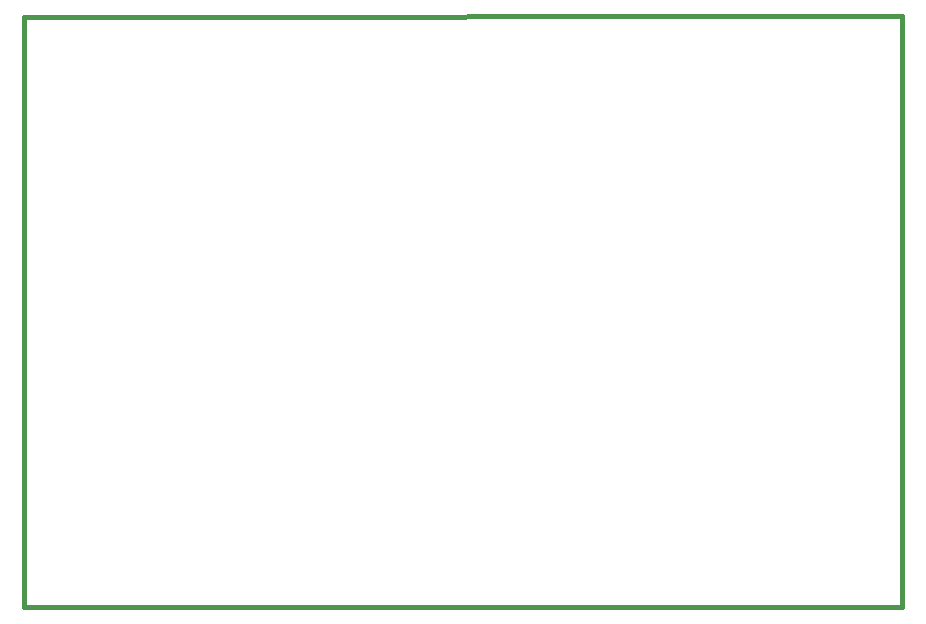
<source format=gm1>
G04 #@! TF.GenerationSoftware,KiCad,Pcbnew,(5.1.6)-1*
G04 #@! TF.CreationDate,2021-03-14T20:17:39+01:00*
G04 #@! TF.ProjectId,ErgoDOX,4572676f-444f-4582-9e6b-696361645f70,rev?*
G04 #@! TF.SameCoordinates,Original*
G04 #@! TF.FileFunction,Profile,NP*
%FSLAX46Y46*%
G04 Gerber Fmt 4.6, Leading zero omitted, Abs format (unit mm)*
G04 Created by KiCad (PCBNEW (5.1.6)-1) date 2021-03-14 20:17:39*
%MOMM*%
%LPD*%
G01*
G04 APERTURE LIST*
G04 #@! TA.AperFunction,Profile*
%ADD10C,0.381000*%
G04 #@! TD*
G04 APERTURE END LIST*
D10*
X60045600Y-79959200D02*
X60045600Y-30022800D01*
X134315200Y-79959200D02*
X60045600Y-79959200D01*
X134315200Y-29972000D02*
X134315200Y-79959200D01*
X60045600Y-30022800D02*
X134315200Y-29972000D01*
M02*

</source>
